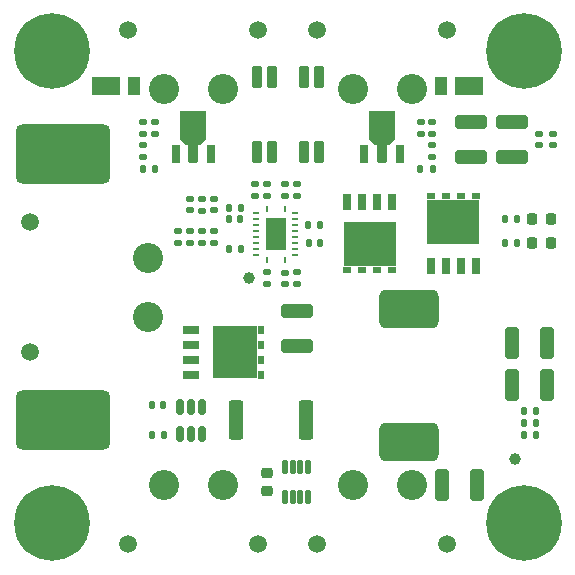
<source format=gbr>
%TF.GenerationSoftware,KiCad,Pcbnew,9.0.2*%
%TF.CreationDate,2025-06-26T01:43:21+01:00*%
%TF.ProjectId,PDB_AURA,5044425f-4155-4524-912e-6b696361645f,rev?*%
%TF.SameCoordinates,Original*%
%TF.FileFunction,Soldermask,Top*%
%TF.FilePolarity,Negative*%
%FSLAX46Y46*%
G04 Gerber Fmt 4.6, Leading zero omitted, Abs format (unit mm)*
G04 Created by KiCad (PCBNEW 9.0.2) date 2025-06-26 01:43:21*
%MOMM*%
%LPD*%
G01*
G04 APERTURE LIST*
G04 Aperture macros list*
%AMRoundRect*
0 Rectangle with rounded corners*
0 $1 Rounding radius*
0 $2 $3 $4 $5 $6 $7 $8 $9 X,Y pos of 4 corners*
0 Add a 4 corners polygon primitive as box body*
4,1,4,$2,$3,$4,$5,$6,$7,$8,$9,$2,$3,0*
0 Add four circle primitives for the rounded corners*
1,1,$1+$1,$2,$3*
1,1,$1+$1,$4,$5*
1,1,$1+$1,$6,$7*
1,1,$1+$1,$8,$9*
0 Add four rect primitives between the rounded corners*
20,1,$1+$1,$2,$3,$4,$5,0*
20,1,$1+$1,$4,$5,$6,$7,0*
20,1,$1+$1,$6,$7,$8,$9,0*
20,1,$1+$1,$8,$9,$2,$3,0*%
%AMFreePoly0*
4,1,21,1.059954,1.445020,1.097008,1.394020,1.102000,1.362500,1.102000,-0.962500,1.082520,-1.022454,1.072125,-1.034625,0.672125,-1.434625,0.615956,-1.463244,0.600000,-1.464500,-0.600000,-1.464500,-0.659954,-1.445020,-0.672125,-1.434625,-1.072125,-1.034625,-1.100744,-0.978456,-1.102000,-0.962500,-1.102000,1.362500,-1.082520,1.422454,-1.031520,1.459508,-1.000000,1.464500,1.000000,1.464500,
1.059954,1.445020,1.059954,1.445020,$1*%
G04 Aperture macros list end*
%ADD10C,2.550000*%
%ADD11C,1.500000*%
%ADD12RoundRect,0.135000X-0.185000X0.135000X-0.185000X-0.135000X0.185000X-0.135000X0.185000X0.135000X0*%
%ADD13RoundRect,0.099250X-0.297750X0.812750X-0.297750X-0.812750X0.297750X-0.812750X0.297750X0.812750X0*%
%ADD14RoundRect,0.135000X0.185000X-0.135000X0.185000X0.135000X-0.185000X0.135000X-0.185000X-0.135000X0*%
%ADD15RoundRect,0.500000X3.500000X2.000000X-3.500000X2.000000X-3.500000X-2.000000X3.500000X-2.000000X0*%
%ADD16RoundRect,0.135000X0.135000X0.185000X-0.135000X0.185000X-0.135000X-0.185000X0.135000X-0.185000X0*%
%ADD17C,1.000000*%
%ADD18RoundRect,0.250000X1.100000X-0.325000X1.100000X0.325000X-1.100000X0.325000X-1.100000X-0.325000X0*%
%ADD19RoundRect,0.250000X-0.325000X-1.100000X0.325000X-1.100000X0.325000X1.100000X-0.325000X1.100000X0*%
%ADD20R,0.710000X1.372000*%
%ADD21R,4.520000X3.850000*%
%ADD22R,0.710000X0.590000*%
%ADD23RoundRect,0.140000X0.140000X0.170000X-0.140000X0.170000X-0.140000X-0.170000X0.140000X-0.170000X0*%
%ADD24RoundRect,0.140000X-0.170000X0.140000X-0.170000X-0.140000X0.170000X-0.140000X0.170000X0.140000X0*%
%ADD25RoundRect,0.218750X-0.218750X-0.256250X0.218750X-0.256250X0.218750X0.256250X-0.218750X0.256250X0*%
%ADD26RoundRect,0.140000X0.170000X-0.140000X0.170000X0.140000X-0.170000X0.140000X-0.170000X-0.140000X0*%
%ADD27C,0.800000*%
%ADD28C,6.400000*%
%ADD29RoundRect,0.135000X-0.135000X-0.185000X0.135000X-0.185000X0.135000X0.185000X-0.135000X0.185000X0*%
%ADD30RoundRect,0.102000X-0.240000X-0.700000X0.240000X-0.700000X0.240000X0.700000X-0.240000X0.700000X0*%
%ADD31FreePoly0,0.000000*%
%ADD32RoundRect,0.102000X-0.280000X-0.762500X0.280000X-0.762500X0.280000X0.762500X-0.280000X0.762500X0*%
%ADD33R,0.250000X0.600000*%
%ADD34R,0.600000X0.250000*%
%ADD35R,1.700000X2.700000*%
%ADD36RoundRect,0.140000X-0.140000X-0.170000X0.140000X-0.170000X0.140000X0.170000X-0.140000X0.170000X0*%
%ADD37RoundRect,0.060000X-0.180000X0.545000X-0.180000X-0.545000X0.180000X-0.545000X0.180000X0.545000X0*%
%ADD38R,1.372000X0.710000*%
%ADD39R,3.850000X4.520000*%
%ADD40R,0.590000X0.710000*%
%ADD41R,2.400000X1.500000*%
%ADD42R,1.050000X1.500000*%
%ADD43RoundRect,0.250000X-0.362500X-1.425000X0.362500X-1.425000X0.362500X1.425000X-0.362500X1.425000X0*%
%ADD44RoundRect,0.225000X-0.250000X0.225000X-0.250000X-0.225000X0.250000X-0.225000X0.250000X0.225000X0*%
%ADD45RoundRect,0.487500X-2.012500X1.137500X-2.012500X-1.137500X2.012500X-1.137500X2.012500X1.137500X0*%
%ADD46RoundRect,0.150000X0.150000X-0.512500X0.150000X0.512500X-0.150000X0.512500X-0.150000X-0.512500X0*%
%ADD47RoundRect,0.099250X0.297750X-0.812750X0.297750X0.812750X-0.297750X0.812750X-0.297750X-0.812750X0*%
G04 APERTURE END LIST*
D10*
%TO.C,J300*%
X64500000Y-58250000D03*
X69500000Y-58250000D03*
D11*
X61500000Y-53250000D03*
X72500000Y-53250000D03*
%TD*%
D12*
%TO.C,R202*%
X72250000Y-66240000D03*
X72250000Y-67260000D03*
%TD*%
D13*
%TO.C,U301*%
X77635000Y-57172500D03*
X76365000Y-57172500D03*
X76365000Y-63562500D03*
X77635000Y-63562500D03*
%TD*%
D14*
%TO.C,R210*%
X75750000Y-74760000D03*
X75750000Y-73740000D03*
%TD*%
D12*
%TO.C,R206*%
X68750000Y-70240000D03*
X68750000Y-71260000D03*
%TD*%
D15*
%TO.C,J102*%
X56000000Y-63750000D03*
%TD*%
D16*
%TO.C,R203*%
X71010000Y-71750000D03*
X69990000Y-71750000D03*
%TD*%
D17*
%TO.C,TP202*%
X71750000Y-74250000D03*
%TD*%
D18*
%TO.C,C200*%
X90500000Y-63975000D03*
X90500000Y-61025000D03*
%TD*%
D19*
%TO.C,C205*%
X88075000Y-91750000D03*
X91025000Y-91750000D03*
%TD*%
D20*
%TO.C,Q200*%
X90905000Y-73211000D03*
D21*
X89000000Y-69500000D03*
D22*
X87095000Y-67280000D03*
X88365000Y-67280000D03*
X89635000Y-67280000D03*
X90905000Y-67280000D03*
D20*
X87095000Y-73211000D03*
X88365000Y-73211000D03*
X89635000Y-73211000D03*
%TD*%
D12*
%TO.C,R209*%
X73250000Y-73740000D03*
X73250000Y-74760000D03*
%TD*%
D23*
%TO.C,C104*%
X64480000Y-85000000D03*
X63520000Y-85000000D03*
%TD*%
D24*
%TO.C,C210*%
X74750000Y-73770000D03*
X74750000Y-74730000D03*
%TD*%
D25*
%TO.C,D200*%
X95712500Y-71250000D03*
X97287500Y-71250000D03*
%TD*%
D26*
%TO.C,C218*%
X97500000Y-62980000D03*
X97500000Y-62020000D03*
%TD*%
D27*
%TO.C,H102*%
X92600000Y-55000000D03*
X93302944Y-53302944D03*
X93302944Y-56697056D03*
X95000000Y-52600000D03*
D28*
X95000000Y-55000000D03*
D27*
X95000000Y-57400000D03*
X96697056Y-53302944D03*
X96697056Y-56697056D03*
X97400000Y-55000000D03*
%TD*%
D24*
%TO.C,C212*%
X66750000Y-67520000D03*
X66750000Y-68480000D03*
%TD*%
D23*
%TO.C,C211*%
X70980000Y-69250000D03*
X70020000Y-69250000D03*
%TD*%
D10*
%TO.C,J100*%
X63162000Y-77500000D03*
X63162000Y-72500000D03*
D11*
X53162000Y-69500000D03*
X53162000Y-80500000D03*
%TD*%
D10*
%TO.C,J303*%
X69500000Y-91750000D03*
X64500000Y-91750000D03*
D11*
X72500000Y-96750000D03*
X61500000Y-96750000D03*
%TD*%
D29*
%TO.C,R211*%
X93410000Y-71250000D03*
X94430000Y-71250000D03*
%TD*%
D30*
%TO.C,Q300*%
X65500000Y-63688000D03*
D31*
X67000000Y-61500000D03*
D32*
X67000000Y-63625000D03*
D30*
X68500000Y-63688000D03*
%TD*%
D12*
%TO.C,R207*%
X66750000Y-70240000D03*
X66750000Y-71260000D03*
%TD*%
D27*
%TO.C,H101*%
X52600000Y-55000000D03*
X53302944Y-53302944D03*
X53302944Y-56697056D03*
X55000000Y-52600000D03*
D28*
X55000000Y-55000000D03*
D27*
X55000000Y-57400000D03*
X56697056Y-53302944D03*
X56697056Y-56697056D03*
X57400000Y-55000000D03*
%TD*%
D29*
%TO.C,R208*%
X69990000Y-68250000D03*
X71010000Y-68250000D03*
%TD*%
%TO.C,C207*%
X76740000Y-69750000D03*
X77760000Y-69750000D03*
%TD*%
D33*
%TO.C,U200*%
X73250000Y-68350000D03*
D34*
X72350000Y-68750000D03*
X72350000Y-69250000D03*
X72350000Y-69750000D03*
X72350000Y-70250000D03*
X72350000Y-70750000D03*
X72350000Y-71250000D03*
X72350000Y-71750000D03*
X72350000Y-72250000D03*
D33*
X73250000Y-72650000D03*
X74750000Y-72650000D03*
D34*
X75650000Y-72250000D03*
X75650000Y-71750000D03*
X75650000Y-71250000D03*
X75650000Y-70750000D03*
X75650000Y-70250000D03*
X75650000Y-69750000D03*
X75650000Y-69250000D03*
X75650000Y-68750000D03*
D33*
X74750000Y-68350000D03*
D35*
X74000000Y-70500000D03*
%TD*%
D36*
%TO.C,C202*%
X95020000Y-85500000D03*
X95980000Y-85500000D03*
%TD*%
%TO.C,C209*%
X76770000Y-71250000D03*
X77730000Y-71250000D03*
%TD*%
D20*
%TO.C,Q201*%
X80019000Y-67754000D03*
D22*
X80019000Y-73568000D03*
X81289000Y-73568000D03*
X82559000Y-73568000D03*
X83829000Y-73568000D03*
D21*
X81924000Y-71348000D03*
D20*
X81289000Y-67754000D03*
X82559000Y-67754000D03*
X83829000Y-67754000D03*
%TD*%
D14*
%TO.C,R205*%
X67750000Y-71260000D03*
X67750000Y-70240000D03*
%TD*%
%TO.C,R200*%
X74750000Y-67260000D03*
X74750000Y-66240000D03*
%TD*%
D27*
%TO.C,H100*%
X92600000Y-95000000D03*
X93302944Y-93302944D03*
X93302944Y-96697056D03*
X95000000Y-92600000D03*
D28*
X95000000Y-95000000D03*
D27*
X95000000Y-97400000D03*
X96697056Y-93302944D03*
X96697056Y-96697056D03*
X97400000Y-95000000D03*
%TD*%
D36*
%TO.C,C203*%
X95020000Y-86500000D03*
X95980000Y-86500000D03*
%TD*%
%TO.C,C101*%
X63540000Y-87500000D03*
X64500000Y-87500000D03*
%TD*%
D27*
%TO.C,H103*%
X52600000Y-95000000D03*
X53302944Y-93302944D03*
X53302944Y-96697056D03*
X55000000Y-92600000D03*
D28*
X55000000Y-95000000D03*
D27*
X55000000Y-97400000D03*
X56697056Y-93302944D03*
X56697056Y-96697056D03*
X57400000Y-95000000D03*
%TD*%
D29*
%TO.C,R101*%
X93410000Y-69250000D03*
X94430000Y-69250000D03*
%TD*%
D37*
%TO.C,U302*%
X76725000Y-90245000D03*
X76075000Y-90245000D03*
X75425000Y-90245000D03*
X74775000Y-90245000D03*
X74775000Y-92755000D03*
X75425000Y-92755000D03*
X76075000Y-92755000D03*
X76725000Y-92755000D03*
%TD*%
D12*
%TO.C,R204*%
X67750000Y-67490000D03*
X67750000Y-68510000D03*
%TD*%
D19*
%TO.C,C204*%
X94025000Y-83250000D03*
X96975000Y-83250000D03*
%TD*%
D38*
%TO.C,Q100*%
X66789000Y-82405000D03*
D39*
X70500000Y-80500000D03*
D40*
X72720000Y-78595000D03*
X72720000Y-79865000D03*
X72720000Y-81135000D03*
X72720000Y-82405000D03*
D38*
X66789000Y-78595000D03*
X66789000Y-79865000D03*
X66789000Y-81135000D03*
%TD*%
D24*
%TO.C,C214*%
X68750000Y-67520000D03*
X68750000Y-68480000D03*
%TD*%
D14*
%TO.C,R201*%
X73250000Y-67260000D03*
X73250000Y-66240000D03*
%TD*%
D41*
%TO.C,D300*%
X59650000Y-58000000D03*
D42*
X62025000Y-58000000D03*
%TD*%
D36*
%TO.C,C215*%
X95020000Y-87500000D03*
X95980000Y-87500000D03*
%TD*%
D26*
%TO.C,C213*%
X65750000Y-71230000D03*
X65750000Y-70270000D03*
%TD*%
D25*
%TO.C,D100*%
X95712500Y-69250000D03*
X97287500Y-69250000D03*
%TD*%
D17*
%TO.C,TP200*%
X94250000Y-89500000D03*
%TD*%
D26*
%TO.C,C217*%
X96250000Y-62980000D03*
X96250000Y-62020000D03*
%TD*%
D29*
%TO.C,R307*%
X86240000Y-65000000D03*
X87260000Y-65000000D03*
%TD*%
D30*
%TO.C,Q301*%
X81500000Y-63688000D03*
D31*
X83000000Y-61500000D03*
D32*
X83000000Y-63625000D03*
D30*
X84500000Y-63688000D03*
%TD*%
D43*
%TO.C,R100*%
X70596500Y-86250000D03*
X76521500Y-86250000D03*
%TD*%
D44*
%TO.C,C300*%
X73280000Y-90725000D03*
X73280000Y-92275000D03*
%TD*%
D12*
%TO.C,R300*%
X62750000Y-62990000D03*
X62750000Y-64010000D03*
%TD*%
%TO.C,R306*%
X87250000Y-62990000D03*
X87250000Y-64010000D03*
%TD*%
D14*
%TO.C,R305*%
X86250000Y-62010000D03*
X86250000Y-60990000D03*
%TD*%
D45*
%TO.C,L200*%
X85250000Y-76875000D03*
X85250000Y-88125000D03*
%TD*%
D10*
%TO.C,J304*%
X85500000Y-91750000D03*
X80500000Y-91750000D03*
D11*
X88500000Y-96750000D03*
X77500000Y-96750000D03*
%TD*%
D15*
%TO.C,J101*%
X56000000Y-86250000D03*
%TD*%
D16*
%TO.C,R301*%
X63760000Y-65000000D03*
X62740000Y-65000000D03*
%TD*%
D10*
%TO.C,J301*%
X80500000Y-58250000D03*
X85500000Y-58250000D03*
D11*
X77500000Y-53250000D03*
X88500000Y-53250000D03*
%TD*%
D19*
%TO.C,C216*%
X94025000Y-79750000D03*
X96975000Y-79750000D03*
%TD*%
D14*
%TO.C,R302*%
X62760000Y-62010000D03*
X62760000Y-60990000D03*
%TD*%
D26*
%TO.C,C208*%
X75750000Y-67230000D03*
X75750000Y-66270000D03*
%TD*%
D14*
%TO.C,R303*%
X63750000Y-62010000D03*
X63750000Y-60990000D03*
%TD*%
D18*
%TO.C,C102*%
X75809000Y-79975000D03*
X75809000Y-77025000D03*
%TD*%
D41*
%TO.C,D301*%
X90350000Y-58000000D03*
D42*
X87975000Y-58000000D03*
%TD*%
D46*
%TO.C,U100*%
X65859000Y-87387500D03*
X66809000Y-87387500D03*
X67759000Y-87387500D03*
X67759000Y-85112500D03*
X66809000Y-85112500D03*
X65859000Y-85112500D03*
%TD*%
D14*
%TO.C,R304*%
X87250000Y-62010000D03*
X87250000Y-60990000D03*
%TD*%
D18*
%TO.C,C201*%
X94000000Y-63975000D03*
X94000000Y-61025000D03*
%TD*%
D47*
%TO.C,U300*%
X72365000Y-63562500D03*
X73635000Y-63562500D03*
X73635000Y-57172500D03*
X72365000Y-57172500D03*
%TD*%
M02*

</source>
